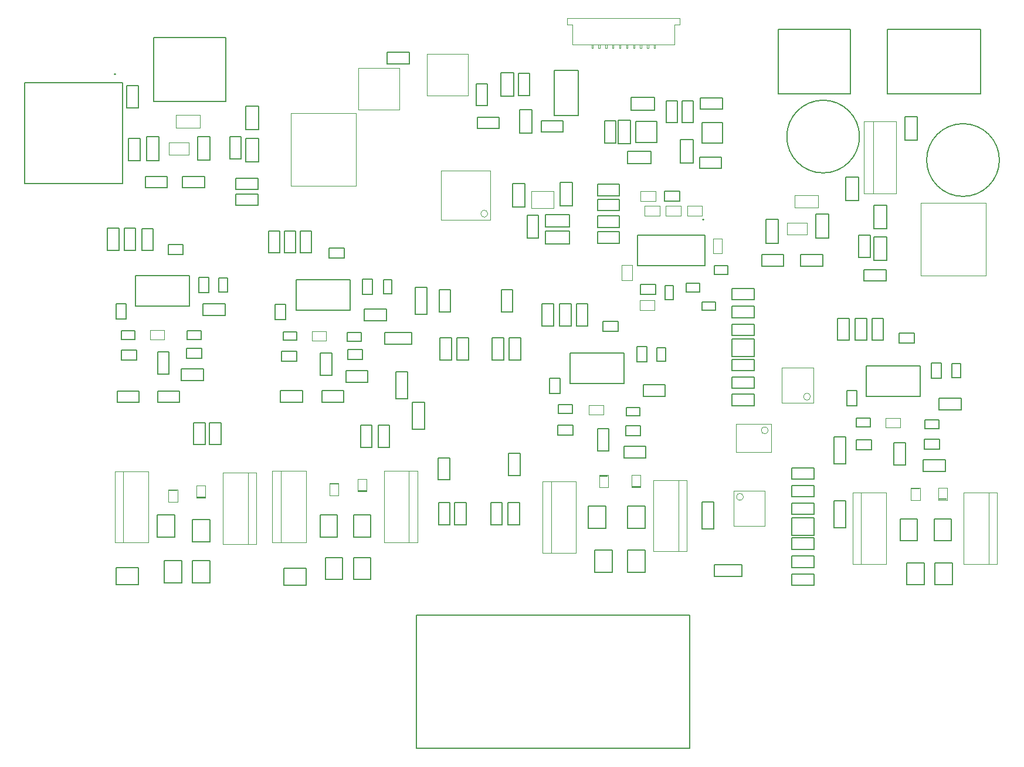
<source format=gbr>
%TF.GenerationSoftware,Altium Limited,Altium Designer,25.3.3 (18)*%
G04 Layer_Color=16711935*
%FSLAX45Y45*%
%MOMM*%
%TF.SameCoordinates,7852E7E1-4E30-4CDD-8EF1-640B4E54786C*%
%TF.FilePolarity,Positive*%
%TF.FileFunction,Other,Top_3D_Body*%
%TF.Part,Single*%
G01*
G75*
%TA.AperFunction,NonConductor*%
%ADD106C,0.20000*%
%ADD109C,0.15000*%
%ADD110C,0.12700*%
%ADD146C,0.10000*%
%ADD147R,1.30000X0.25250*%
D106*
X4429600Y10395800D02*
G03*
X4429600Y10395800I-10000J0D01*
G01*
X12922900Y8297700D02*
G03*
X12922900Y8297700I-10000J0D01*
G01*
X8314000Y6493600D02*
X8704000D01*
X8314000D02*
Y6663600D01*
X8704000D01*
Y6493600D02*
Y6663600D01*
X4591100Y10231100D02*
X4756100D01*
X4591100Y9911100D02*
Y10231100D01*
Y9911100D02*
X4756100D01*
Y10231100D01*
X12720320Y666750D02*
Y2584450D01*
X8768080D02*
X12720320D01*
X8768080Y666750D02*
Y2584450D01*
Y666750D02*
X12720320D01*
X5495400Y7044400D02*
Y7484400D01*
X4715400Y7044400D02*
X5495400D01*
X4715400D02*
Y7484400D01*
X5495400D01*
X13998500Y10116600D02*
Y11043600D01*
Y10116600D02*
X15038499D01*
Y11043600D01*
X13998500D02*
X15038499D01*
X10372100Y8356500D02*
X10532100D01*
X10372100Y8026500D02*
Y8356500D01*
Y8026500D02*
X10532100D01*
Y8356500D01*
X14511000Y3741002D02*
Y3991002D01*
X14191000D02*
X14511000D01*
X14191000Y3741002D02*
Y3991002D01*
Y3741002D02*
X14511000D01*
X13327400Y6322011D02*
Y6572011D01*
Y6322011D02*
X13647400D01*
Y6572011D01*
X13327400D02*
X13647400D01*
X12894400Y3830900D02*
X13064400D01*
Y4220900D01*
X12894400D02*
X13064400D01*
X12894400Y3830900D02*
Y4220900D01*
X8754200Y6930300D02*
X8924200D01*
Y7320300D01*
X8754200D02*
X8924200D01*
X8754200Y6930300D02*
Y7320300D01*
X8716100Y5656000D02*
X8886100D01*
X8716100Y5266000D02*
Y5656000D01*
Y5266000D02*
X8886100D01*
Y5656000D01*
X8474800Y5710500D02*
X8644800D01*
Y6100500D01*
X8474800D02*
X8644800D01*
X8474800Y5710500D02*
Y6100500D01*
X13076500Y3140800D02*
Y3310800D01*
Y3140800D02*
X13466499D01*
Y3310800D01*
X13076500D02*
X13466499D01*
X14799400Y4771300D02*
X14969400D01*
Y5161300D01*
X14799400D02*
X14969400D01*
X14799400Y4771300D02*
Y5161300D01*
Y4233600D02*
X14969400D01*
X14799400Y3843600D02*
Y4233600D01*
Y3843600D02*
X14969400D01*
Y4233600D01*
X10260500Y9545500D02*
X10440500D01*
Y9885500D01*
X10260500D02*
X10440500D01*
X10260500Y9545500D02*
Y9885500D01*
X4981500Y10002300D02*
Y10929300D01*
Y10002300D02*
X6021500D01*
Y10929300D01*
X4981500D02*
X6021500D01*
X15573955Y10115100D02*
Y11045100D01*
Y10115100D02*
X16915955D01*
Y11045100D01*
X15573955D02*
X16915955D01*
X5792300Y9151800D02*
Y9491800D01*
X5612300Y9151800D02*
X5792300D01*
X5612300D02*
Y9491800D01*
X5792300D01*
X4875700Y9496800D02*
X5055700D01*
X4875700Y9146800D02*
Y9496800D01*
Y9146800D02*
X5055700D01*
Y9496800D01*
X5397300Y8921700D02*
X5717300D01*
Y8756700D02*
Y8921700D01*
X5397300Y8756700D02*
X5717300D01*
X5397300D02*
Y8921700D01*
X4856500D02*
X5176500D01*
Y8756700D02*
Y8921700D01*
X4856500Y8756700D02*
X5176500D01*
X4856500D02*
Y8921700D01*
X4781500Y9149100D02*
Y9469100D01*
X4616500Y9149100D02*
X4781500D01*
X4616500D02*
Y9469100D01*
X4781500D01*
X10158900Y8478700D02*
Y8818700D01*
X10338900D01*
Y8478700D02*
Y8818700D01*
X10158900Y8478700D02*
X10338900D01*
X11024700Y8491400D02*
Y8831400D01*
X10844700Y8491400D02*
X11024700D01*
X10844700D02*
Y8831400D01*
X11024700D01*
X12864000Y7252700D02*
Y7377700D01*
X12663000D02*
X12864000D01*
X12663000Y7252700D02*
Y7377700D01*
Y7252700D02*
X12864000D01*
X12358100Y7142878D02*
X12483100D01*
Y7343878D01*
X12358100D02*
X12483100D01*
X12358100Y7142878D02*
Y7343878D01*
X12891600Y6986000D02*
Y7111000D01*
Y6986000D02*
X13092599D01*
Y7111000D01*
X12891600D02*
X13092599D01*
X13270399Y7506700D02*
Y7631700D01*
X13069400D02*
X13270399D01*
X13069400Y7506700D02*
Y7631700D01*
Y7506700D02*
X13270399D01*
X11384300Y8807400D02*
X11704300D01*
Y8642400D02*
Y8807400D01*
X11384300Y8642400D02*
X11704300D01*
X11384300D02*
Y8807400D01*
Y8185200D02*
X11704300D01*
X11384300D02*
Y8350200D01*
X11704300D01*
Y8185200D02*
Y8350200D01*
X11384300Y8121600D02*
X11704300D01*
Y7956600D02*
Y8121600D01*
X11384300Y7956600D02*
X11704300D01*
X11384300D02*
Y8121600D01*
Y8591500D02*
X11704300D01*
Y8426500D02*
Y8591500D01*
X11384300Y8426500D02*
X11704300D01*
X11384300D02*
Y8591500D01*
X12005800Y7217300D02*
X12225800D01*
X12005800D02*
Y7362300D01*
X12225800D01*
Y7217300D02*
Y7362300D01*
X12352300Y8563500D02*
X12572300D01*
X12352300D02*
Y8708500D01*
X12572300D01*
Y8563500D02*
Y8708500D01*
X9649164Y9610100D02*
X9969164D01*
X9649164D02*
Y9770100D01*
X9969164D01*
Y9610100D02*
Y9770100D01*
X12240400Y9413100D02*
Y9713100D01*
X11940400Y9413100D02*
X12240400D01*
X11940400D02*
Y9713100D01*
X12240400D01*
X10637700Y8129100D02*
X10977700D01*
Y7949100D02*
Y8129100D01*
X10637700Y7949100D02*
X10977700D01*
X10637700D02*
Y8129100D01*
X11869600Y9879500D02*
Y10059500D01*
Y9879500D02*
X12209600D01*
Y10059500D01*
X11869600D02*
X12209600D01*
X12870200Y9889500D02*
Y10049500D01*
Y9889500D02*
X13190199D01*
Y10049500D01*
X12870200D02*
X13190199D01*
X13192900Y9400400D02*
Y9700400D01*
X12892900Y9400400D02*
X13192900D01*
X12892900D02*
Y9700400D01*
X13192900D01*
X12584600Y9113700D02*
X12764600D01*
Y9453700D01*
X12584600D02*
X12764600D01*
X12584600Y9113700D02*
Y9453700D01*
X13177499Y9038600D02*
Y9198600D01*
X12857500D02*
X13177499D01*
X12857500Y9038600D02*
Y9198600D01*
Y9038600D02*
X13177499D01*
X12604800Y9695200D02*
X12769800D01*
Y10015200D01*
X12604800D02*
X12769800D01*
X12604800Y9695200D02*
Y10015200D01*
X12376200Y9695200D02*
X12541200D01*
Y10015200D01*
X12376200D02*
X12541200D01*
X12376200Y9695200D02*
Y10015200D01*
X11682900Y9393100D02*
X11862900D01*
Y9733100D01*
X11682900D02*
X11862900D01*
X11682900Y9393100D02*
Y9733100D01*
X11487200Y9403100D02*
X11652200D01*
Y9723100D01*
X11487200D02*
X11652200D01*
X11487200Y9403100D02*
Y9723100D01*
X11818800Y9104800D02*
Y9284800D01*
Y9104800D02*
X12158800D01*
Y9284800D01*
X11818800D02*
X12158800D01*
X14972200Y8907600D02*
X15152200D01*
X14972200Y8567600D02*
Y8907600D01*
Y8567600D02*
X15152200D01*
Y8907600D01*
X14540401Y8374100D02*
X14720399D01*
X14540401Y8034100D02*
Y8374100D01*
Y8034100D02*
X14720399D01*
Y8374100D01*
X15823100Y9443900D02*
Y9783900D01*
X16003101D01*
Y9443900D02*
Y9783900D01*
X15823100Y9443900D02*
X16003101D01*
X13754675Y7626400D02*
Y7791400D01*
Y7626400D02*
X14074677D01*
Y7791400D01*
X13754675D02*
X14074677D01*
X13816499Y8303000D02*
X13996500D01*
X13816499Y7953000D02*
Y8303000D01*
Y7953000D02*
X13996500D01*
Y8303000D01*
X14317999Y7791400D02*
X14638000D01*
Y7626400D02*
Y7791400D01*
X14317999Y7626400D02*
X14638000D01*
X14317999D02*
Y7791400D01*
X15558600Y8161200D02*
Y8501200D01*
X15378600Y8161200D02*
X15558600D01*
X15378600D02*
Y8501200D01*
X15558600D01*
X15378600Y7704000D02*
Y8044000D01*
X15558600D01*
Y7704000D02*
Y8044000D01*
X15378600Y7704000D02*
X15558600D01*
X15322501Y7752100D02*
Y8072100D01*
X15157500Y7752100D02*
X15322501D01*
X15157500D02*
Y8072100D01*
X15322501D01*
X15232401Y7410500D02*
Y7575500D01*
Y7410500D02*
X15552400D01*
Y7575500D01*
X15232401D02*
X15552400D01*
X10697100Y5782800D02*
Y6002800D01*
X10842100D01*
Y5782800D02*
Y6002800D01*
X10697100Y5782800D02*
X10842100D01*
X6164600Y8502700D02*
X6484600D01*
X6164600D02*
Y8667700D01*
X6484600D01*
Y8502700D02*
Y8667700D01*
X6164600Y8896300D02*
X6484600D01*
Y8731300D02*
Y8896300D01*
X6164600Y8731300D02*
X6484600D01*
X6164600D02*
Y8896300D01*
X6490800Y9596300D02*
Y9936300D01*
X6310800Y9596300D02*
X6490800D01*
X6310800D02*
Y9936300D01*
X6490800D01*
X6242000Y9174500D02*
Y9494500D01*
X6077000Y9174500D02*
X6242000D01*
X6077000D02*
Y9494500D01*
X6242000D01*
X6310800Y9132583D02*
X6490800D01*
Y9472583D01*
X6310800D02*
X6490800D01*
X6310800Y9132583D02*
Y9472583D01*
X9099600Y6966200D02*
X9264600D01*
Y7286200D01*
X9099600D02*
X9264600D01*
X9099600Y6966200D02*
Y7286200D01*
X10637700Y8190400D02*
Y8370400D01*
Y8190400D02*
X10977700D01*
Y8370400D01*
X10637700D02*
X10977700D01*
X10571500Y9719300D02*
X10891500D01*
Y9559300D02*
Y9719300D01*
X10571500Y9559300D02*
X10891500D01*
X10571500D02*
Y9719300D01*
X10245100Y10088900D02*
Y10408900D01*
X10405100D01*
Y10088900D02*
Y10408900D01*
X10245100Y10088900D02*
X10405100D01*
X10759450Y10447150D02*
X11109950D01*
Y9796650D02*
Y10447150D01*
X10759450Y9796650D02*
X11109950D01*
X10759450D02*
Y10447150D01*
X10173800Y10078900D02*
Y10418900D01*
X9993800Y10078900D02*
X10173800D01*
X9993800D02*
Y10418900D01*
X10173800D01*
X9633000Y9940100D02*
X9798000D01*
Y10260100D01*
X9633000D02*
X9798000D01*
X9633000Y9940100D02*
Y10260100D01*
X8669000Y10547400D02*
Y10712400D01*
X8349000D02*
X8669000D01*
X8349000Y10547400D02*
Y10712400D01*
Y10547400D02*
X8669000D01*
X7385100Y6050300D02*
X7550100D01*
Y6370300D01*
X7385100D02*
X7550100D01*
X7385100Y6050300D02*
Y6370300D01*
X7404553Y5824917D02*
X7724553D01*
Y5659917D02*
Y5824917D01*
X7404553Y5659917D02*
X7724553D01*
X7404553D02*
Y5824917D01*
X7776700Y6277500D02*
Y6422500D01*
Y6277500D02*
X7996700D01*
Y6422500D01*
X7776700D02*
X7996700D01*
X7752100Y5950000D02*
Y6115000D01*
Y5950000D02*
X8072100D01*
Y6115000D01*
X7752100D02*
X8072100D01*
X7964653Y5010917D02*
Y5330917D01*
X8129653D01*
Y5010917D02*
Y5330917D01*
X7964653Y5010917D02*
X8129653D01*
X8384800D02*
Y5330917D01*
X8219800Y5010917D02*
X8384800D01*
X8219800D02*
Y5330917D01*
X8384800D01*
X7032400Y7429038D02*
X7812400D01*
X7032400Y6989038D02*
Y7429038D01*
Y6989038D02*
X7812400D01*
Y7429038D01*
X7510000Y7738000D02*
Y7883000D01*
Y7738000D02*
X7730000D01*
Y7883000D01*
X7510000D02*
X7730000D01*
X7773500Y6541500D02*
Y6666500D01*
Y6541500D02*
X7974500D01*
Y6666500D01*
X7773500D02*
X7974500D01*
X7992000Y7217900D02*
X8137000D01*
Y7437900D01*
X7992000D02*
X8137000D01*
X7992000Y7217900D02*
Y7437900D01*
X8018800Y6839000D02*
Y7004000D01*
Y6839000D02*
X8338800D01*
Y7004000D01*
X8018800D02*
X8338800D01*
X8294100Y7227400D02*
X8419100D01*
Y7428400D01*
X8294100D02*
X8419100D01*
X8294100Y7227400D02*
Y7428400D01*
X6807653Y5824917D02*
X7127653D01*
Y5659917D02*
Y5824917D01*
X6807653Y5659917D02*
X7127653D01*
X6807653D02*
Y5824917D01*
X7630700Y3713500D02*
Y4033500D01*
X7380700Y3713500D02*
X7630700D01*
X7380700D02*
Y4033500D01*
X7630700D01*
X7457270Y3098949D02*
Y3418949D01*
X7707270D01*
Y3098949D02*
Y3418949D01*
X7457270Y3098949D02*
X7707270D01*
X8113670D02*
Y3418949D01*
X7863670Y3098949D02*
X8113670D01*
X7863670D02*
Y3418949D01*
X8113670D01*
X7863670Y3713904D02*
Y4033904D01*
X8113670D01*
Y3713904D02*
Y4033904D01*
X7863670Y3713904D02*
X8113670D01*
X6858453Y3263917D02*
X7178453D01*
Y3013917D02*
Y3263917D01*
X6858453Y3013917D02*
X7178453D01*
X6858453D02*
Y3263917D01*
X7044200Y6252100D02*
Y6397100D01*
X6824200D02*
X7044200D01*
X6824200Y6252100D02*
Y6397100D01*
Y6252100D02*
X7044200D01*
X7047400Y6554200D02*
Y6679200D01*
X6846400D02*
X7047400D01*
X6846400Y6554200D02*
Y6679200D01*
Y6554200D02*
X7047400D01*
X6734700Y6849600D02*
X6879700D01*
Y7069600D01*
X6734700D02*
X6879700D01*
X6734700Y6849600D02*
Y7069600D01*
X7093000Y8135600D02*
X7258000D01*
X7093000Y7815600D02*
Y8135600D01*
Y7815600D02*
X7258000D01*
Y8135600D01*
X6864400D02*
X7029400D01*
X6864400Y7815600D02*
Y8135600D01*
Y7815600D02*
X7029400D01*
Y8135600D01*
X6635800D02*
X6800800D01*
X6635800Y7815600D02*
Y8135600D01*
Y7815600D02*
X6800800D01*
Y8135600D01*
X9998500Y6966201D02*
X10163500D01*
Y7286201D01*
X9998500D02*
X10163500D01*
X9998500Y6966201D02*
Y7286201D01*
X9867227Y6268755D02*
X10032227D01*
Y6588755D01*
X9867227D02*
X10032227D01*
X9867227Y6268755D02*
Y6588755D01*
X10109697Y6268755D02*
X10274697D01*
Y6588755D01*
X10109697D02*
X10274697D01*
X10109697Y6268755D02*
Y6588755D01*
X9110528Y6268754D02*
X9275528D01*
Y6588754D01*
X9110528D02*
X9275528D01*
X9110528Y6268754D02*
Y6588754D01*
X9359407Y6268754D02*
X9524407D01*
Y6588754D01*
X9359407D02*
X9524407D01*
X9359407Y6268754D02*
Y6588754D01*
X10104438Y4600807D02*
X10269438D01*
Y4920807D01*
X10104438D02*
X10269438D01*
X10104438Y4600807D02*
Y4920807D01*
X9844243Y3890662D02*
X10009243D01*
Y4210661D01*
X9844243D02*
X10009243D01*
X9844243Y3890662D02*
Y4210661D01*
X10093311Y3890662D02*
X10258311D01*
Y4210661D01*
X10093311D02*
X10258311D01*
X10093311Y3890662D02*
Y4210661D01*
X9091659Y3890662D02*
X9256659D01*
Y4210661D01*
X9091659D02*
X9256659D01*
X9091659Y3890662D02*
Y4210661D01*
X9323671Y3890660D02*
X9488671D01*
Y4210660D01*
X9323671D02*
X9488671D01*
X9323671Y3890660D02*
Y4210660D01*
X9086900Y4539000D02*
X9251900D01*
Y4859000D01*
X9086900D02*
X9251900D01*
X9086900Y4539000D02*
Y4859000D01*
X16506094Y3022754D02*
Y3342754D01*
X16256094Y3022754D02*
X16506094D01*
X16256094D02*
Y3342754D01*
X16506094D01*
X15849695Y3022754D02*
Y3342754D01*
X16099695D01*
Y3022754D02*
Y3342754D01*
X15849695Y3022754D02*
X16099695D01*
X16005600Y3657100D02*
Y3977100D01*
X15755600Y3657100D02*
X16005600D01*
X15755600D02*
Y3977100D01*
X16005600D01*
X16243394Y3657754D02*
Y3977754D01*
X16493394D01*
Y3657754D02*
Y3977754D01*
X16243394Y3657754D02*
X16493394D01*
X10585500Y7081500D02*
X10750500D01*
X10585500Y6761500D02*
Y7081500D01*
Y6761500D02*
X10750500D01*
Y7081500D01*
X12044700Y5746800D02*
Y5911800D01*
Y5746800D02*
X12364700D01*
Y5911800D01*
X12044700D02*
X12364700D01*
X11349481Y3205500D02*
Y3525500D01*
X11599481D01*
Y3205500D02*
Y3525500D01*
X11349481Y3205500D02*
X11599481D01*
X11819381Y3840500D02*
Y4160500D01*
X12069381D01*
Y3840500D02*
Y4160500D01*
X11819381Y3840500D02*
X12069381D01*
Y3205500D02*
Y3525500D01*
X11819381Y3205500D02*
X12069381D01*
X11819381D02*
Y3525500D01*
X12069381D01*
X11504200Y3840500D02*
Y4160500D01*
X11254200Y3840500D02*
X11504200D01*
X11254200D02*
Y4160500D01*
X11504200D01*
X11769200Y5926800D02*
Y6366800D01*
X10989200Y5926800D02*
X11769200D01*
X10989200D02*
Y6366800D01*
X11769200D01*
X11765300Y4857800D02*
Y5022800D01*
Y4857800D02*
X12085300D01*
Y5022800D01*
X11765300D02*
X12085300D01*
X11385600Y4958100D02*
X11550600D01*
Y5278100D01*
X11385600D02*
X11550600D01*
X11385600Y4958100D02*
Y5278100D01*
X13327400Y6786945D02*
X13647400D01*
Y6621945D02*
Y6786945D01*
X13327400Y6621945D02*
X13647400D01*
X13327400D02*
Y6786945D01*
Y6024700D02*
X13647400D01*
Y5859700D02*
Y6024700D01*
X13327400Y5859700D02*
X13647400D01*
X13327400D02*
Y6024700D01*
Y7301811D02*
X13647400D01*
Y7136811D02*
Y7301811D01*
X13327400Y7136811D02*
X13647400D01*
X13327400D02*
Y7301811D01*
Y7046389D02*
X13647400D01*
Y6881389D02*
Y7046389D01*
X13327400Y6881389D02*
X13647400D01*
X13327400D02*
Y7046389D01*
X14191000Y4042166D02*
X14511000D01*
X14191000D02*
Y4207166D01*
X14511000D01*
Y4042166D02*
Y4207166D01*
X14191000Y3534707D02*
X14511000D01*
X14191000D02*
Y3699707D01*
X14511000D01*
Y3534707D02*
Y3699707D01*
X14191000Y3015851D02*
X14511000D01*
X14191000D02*
Y3180851D01*
X14511000D01*
Y3015851D02*
Y3180851D01*
X14191000Y3274254D02*
X14511000D01*
X14191000D02*
Y3439254D01*
X14511000D01*
Y3274254D02*
Y3439254D01*
X14191000Y4295241D02*
X14511000D01*
X14191000D02*
Y4460241D01*
X14511000D01*
Y4295241D02*
Y4460241D01*
X13327400Y6278112D02*
X13647400D01*
Y6113112D02*
Y6278112D01*
X13327400Y6113112D02*
X13647400D01*
X13327400D02*
Y6278112D01*
X13327400Y5776831D02*
X13647398D01*
Y5611832D02*
Y5776831D01*
X13327400Y5611832D02*
X13647398D01*
X13327400D02*
Y5776831D01*
X14191000Y4547665D02*
X14510999D01*
X14191000D02*
Y4712664D01*
X14510999D01*
Y4547665D02*
Y4712664D01*
X16088901Y4661700D02*
Y4826700D01*
Y4661700D02*
X16408900D01*
Y4826700D01*
X16088901D02*
X16408900D01*
X11080800Y7081500D02*
X11245800D01*
X11080800Y6761500D02*
Y7081500D01*
Y6761500D02*
X11245800D01*
Y7081500D01*
X11466429Y6831091D02*
X11686429D01*
Y6686092D02*
Y6831091D01*
X11466429Y6686092D02*
X11686429D01*
X11466429D02*
Y6831091D01*
X10839500Y7081500D02*
X11004500D01*
X10839500Y6761500D02*
Y7081500D01*
Y6761500D02*
X11004500D01*
Y7081500D01*
X11799400Y5462000D02*
Y5587000D01*
Y5462000D02*
X12000400D01*
Y5587000D01*
X11799400D02*
X12000400D01*
X12243800Y6249500D02*
X12368800D01*
Y6450500D01*
X12243800D02*
X12368800D01*
X12243800Y6249500D02*
Y6450500D01*
X11954400Y6240000D02*
X12099400D01*
Y6460000D01*
X11954400D02*
X12099400D01*
X11954400Y6240000D02*
Y6460000D01*
X11789900Y5172600D02*
Y5317600D01*
Y5172600D02*
X12009900D01*
Y5317600D01*
X11789900D02*
X12009900D01*
X11022500Y5500100D02*
Y5625100D01*
X10821500D02*
X11022500D01*
X10821500Y5500100D02*
Y5625100D01*
Y5500100D02*
X11022500D01*
X11032000Y5185300D02*
Y5330300D01*
X10812000D02*
X11032000D01*
X10812000Y5185300D02*
Y5330300D01*
Y5185300D02*
X11032000D01*
X16042000Y5743400D02*
Y6183400D01*
X15262000Y5743400D02*
X16042000D01*
X15262000D02*
Y6183400D01*
X16042000D01*
X16317500Y5550700D02*
Y5715700D01*
Y5550700D02*
X16637500D01*
Y5715700D01*
X16317500D02*
X16637500D01*
X15666911Y4756654D02*
X15831912D01*
Y5076654D01*
X15666911D02*
X15831912D01*
X15666911Y4756654D02*
Y5076654D01*
X15320700Y5304000D02*
Y5429000D01*
X15119701D02*
X15320700D01*
X15119701Y5304000D02*
Y5429000D01*
Y5304000D02*
X15320700D01*
X16110300Y5278600D02*
Y5403600D01*
Y5278600D02*
X16311301D01*
Y5403600D01*
X16110300D02*
X16311301D01*
X15341010Y4976013D02*
Y5121013D01*
X15121008D02*
X15341010D01*
X15121008Y4976013D02*
Y5121013D01*
Y4976013D02*
X15341010D01*
X16100800Y4984154D02*
Y5129154D01*
Y4984154D02*
X16320799D01*
Y5129154D01*
X16100800D02*
X16320799D01*
X14982600Y5612100D02*
X15127600D01*
Y5832100D01*
X14982600D02*
X15127600D01*
X14982600Y5612100D02*
Y5832100D01*
X16503900Y6015300D02*
X16628900D01*
Y6216300D01*
X16503900D02*
X16628900D01*
X16503900Y6015300D02*
Y6216300D01*
X16201801Y6005800D02*
X16346800D01*
Y6225800D01*
X16201801D02*
X16346800D01*
X16201801Y6005800D02*
Y6225800D01*
X15737544Y6513346D02*
Y6658346D01*
Y6513346D02*
X15957545D01*
Y6658346D01*
X15737544D02*
X15957545D01*
X15347568Y6872700D02*
X15512567D01*
X15347568Y6552700D02*
Y6872700D01*
Y6552700D02*
X15512567D01*
Y6872700D01*
X15106340Y6872700D02*
X15271339D01*
X15106340Y6552700D02*
Y6872700D01*
Y6552700D02*
X15271339D01*
Y6872700D01*
X14852248Y6872700D02*
X15017249D01*
X14852248Y6552700D02*
Y6872700D01*
Y6552700D02*
X15017249D01*
Y6872700D01*
X4450100Y5822900D02*
X4770100D01*
Y5657900D02*
Y5822900D01*
X4450100Y5657900D02*
X4770100D01*
X4450100D02*
Y5822900D01*
X4437400Y3024600D02*
Y3274600D01*
Y3024600D02*
X4757400D01*
Y3274600D01*
X4437400D02*
X4757400D01*
X5537560Y3645932D02*
X5787560D01*
Y3965932D01*
X5537560D02*
X5787560D01*
X5537560Y3645932D02*
Y3965932D01*
X5131160Y3053100D02*
X5381160D01*
Y3373100D01*
X5131160D02*
X5381160D01*
X5131160Y3053100D02*
Y3373100D01*
X5031200Y4033500D02*
X5281200D01*
X5031200Y3713500D02*
Y4033500D01*
Y3713500D02*
X5281200D01*
Y4033500D01*
X5556300Y5047000D02*
Y5367000D01*
X5721300D01*
Y5047000D02*
Y5367000D01*
X5556300Y5047000D02*
X5721300D01*
X5537560Y3373100D02*
X5787560D01*
X5537560Y3053100D02*
Y3373100D01*
Y3053100D02*
X5787560D01*
Y3373100D01*
X5951329Y5047000D02*
Y5367000D01*
X5786330Y5047000D02*
X5951329D01*
X5786330D02*
Y5367000D01*
X5951329D01*
X5377200Y6140400D02*
X5697200D01*
Y5975400D02*
Y6140400D01*
X5377200Y5975400D02*
X5697200D01*
X5377200D02*
Y6140400D01*
X5452600Y6435200D02*
X5672600D01*
Y6290200D02*
Y6435200D01*
X5452600Y6290200D02*
X5672600D01*
X5452600D02*
Y6435200D01*
X4476700Y7853700D02*
Y8173700D01*
X4311700Y7853700D02*
X4476700D01*
X4311700D02*
Y8173700D01*
X4476700D01*
X4718000Y7853700D02*
Y8173700D01*
X4553000Y7853700D02*
X4718000D01*
X4553000D02*
Y8173700D01*
X4718000D01*
X4971997Y7848397D02*
Y8168396D01*
X4806997Y7848397D02*
X4971997D01*
X4806997D02*
Y8168396D01*
X4971997D01*
X4509600Y6566900D02*
X4710600D01*
X4509600D02*
Y6691900D01*
X4710600D01*
Y6566900D02*
Y6691900D01*
X4512800Y6264800D02*
X4732800D01*
X4512800D02*
Y6409800D01*
X4732800D01*
Y6264800D02*
Y6409800D01*
X5035603Y6068304D02*
Y6388303D01*
X5200603D01*
Y6068304D02*
Y6388303D01*
X5035603Y6068304D02*
X5200603D01*
X5462100Y6691900D02*
X5663100D01*
Y6566900D02*
Y6691900D01*
X5462100Y6566900D02*
X5663100D01*
X5462100D02*
Y6691900D01*
X5629800Y7243300D02*
Y7463300D01*
X5774800D01*
Y7243300D02*
Y7463300D01*
X5629800Y7243300D02*
X5774800D01*
X5919200Y7252800D02*
Y7453800D01*
X6044200D01*
Y7252800D02*
Y7453800D01*
X5919200Y7252800D02*
X6044200D01*
X5034640Y5822900D02*
X5354640D01*
Y5657900D02*
Y5822900D01*
X5034640Y5657900D02*
X5354640D01*
X5034640D02*
Y5822900D01*
X5185900Y7933800D02*
X5405900D01*
Y7788800D02*
Y7933800D01*
X5185900Y7788800D02*
X5405900D01*
X5185900D02*
Y7933800D01*
X4436000Y6862300D02*
Y7082300D01*
X4581000D01*
Y6862300D02*
Y7082300D01*
X4436000Y6862300D02*
X4581000D01*
X5689400Y6915200D02*
Y7080200D01*
Y6915200D02*
X6009400D01*
Y7080200D01*
X5689400D02*
X6009400D01*
D109*
X17187399Y9156700D02*
G03*
X17187399Y9156700I-525000J0D01*
G01*
X15168100Y9495600D02*
G03*
X15168100Y9495600I-525000J0D01*
G01*
D110*
X3118600Y10269800D02*
X4528600D01*
X3118600Y8819800D02*
Y10269800D01*
Y8819800D02*
X4528600D01*
Y10269800D01*
X11964400Y7633700D02*
X12934399D01*
X11964400Y8073700D02*
X12934399D01*
X11964400Y7633700D02*
Y8073700D01*
X12934399Y7633700D02*
Y8073700D01*
D146*
X9800700Y8381600D02*
G03*
X9800700Y8381600I-50000J0D01*
G01*
X13849800Y5253500D02*
G03*
X13849800Y5253500I-50000J0D01*
G01*
X14459801Y5740500D02*
G03*
X14459801Y5740500I-50000J0D01*
G01*
X13491299Y4292500D02*
G03*
X13491299Y4292500I-50000J0D01*
G01*
X4901658Y3634042D02*
Y4664042D01*
X4416658Y3634042D02*
Y4664042D01*
Y3634042D02*
X4901658D01*
X4416658Y4664042D02*
X4901658D01*
X4541658Y3634042D02*
Y4664042D01*
X11320200Y10775900D02*
Y10820900D01*
X11300200Y10775900D02*
X11320200D01*
X11300200D02*
Y10820900D01*
X11420200Y10775900D02*
Y10820900D01*
X11400200Y10775900D02*
X11420200D01*
X11400200D02*
Y10820900D01*
X11720200Y10775900D02*
Y10820900D01*
X11700200Y10775900D02*
X11720200D01*
X11700200D02*
Y10820900D01*
X11820200Y10775900D02*
Y10820900D01*
X11800200Y10775900D02*
X11820200D01*
X11800200D02*
Y10820900D01*
X12220200Y10775900D02*
Y10820900D01*
X12200200Y10775900D02*
X12220200D01*
X12200200D02*
Y10820900D01*
X12100200Y10775900D02*
Y10820900D01*
Y10775900D02*
X12120200D01*
Y10820900D01*
X12000200Y10775900D02*
Y10820900D01*
Y10775900D02*
X12020200D01*
Y10820900D01*
X11900200Y10775900D02*
Y10820900D01*
Y10775900D02*
X11920200D01*
Y10820900D01*
X11600200Y10775900D02*
Y10820900D01*
Y10775900D02*
X11620200D01*
Y10820900D01*
X11500200Y10775900D02*
Y10820900D01*
Y10775900D02*
X11520200D01*
Y10820900D01*
X10950200Y11110900D02*
Y11200900D01*
X10950201Y11110900D02*
X11020200D01*
Y10820900D02*
Y11110900D01*
X12500200Y10820900D02*
Y11110900D01*
X12570199D01*
X12570200Y11110900D01*
Y11200900D01*
X10950200D02*
X12570200D01*
X11020200Y10820900D02*
X12500200D01*
X9519700Y10089100D02*
Y10688100D01*
X8920700D02*
X9519700D01*
X8920700Y10089100D02*
Y10688100D01*
Y10089100D02*
X9519700D01*
X7930100Y10484900D02*
X8529100D01*
X7930100Y9885900D02*
Y10484900D01*
Y9885900D02*
X8529100D01*
Y10484900D01*
X12062800Y8492600D02*
X12282800D01*
X12062800Y8347600D02*
X12282800D01*
X12062800D02*
Y8492600D01*
X12282800Y8347600D02*
Y8492600D01*
X9130700Y9001600D02*
X9840700D01*
X9130700Y8291600D02*
X9840700D01*
X9130700D02*
Y9001600D01*
X9840700Y8291600D02*
Y9001600D01*
X5195100Y9232300D02*
Y9407300D01*
X5485100Y9232300D02*
Y9407300D01*
X5195100Y9232300D02*
X5485100D01*
X5195100Y9407300D02*
X5485100D01*
X5643700Y9625500D02*
Y9805500D01*
X5303700Y9625500D02*
Y9805500D01*
Y9625500D02*
X5643700D01*
X5303700Y9805500D02*
X5643700D01*
X10431800Y8460200D02*
Y8710200D01*
X10751800D01*
X10431800Y8460200D02*
X10751800D01*
Y8710200D01*
X13389799Y5343500D02*
X13889799D01*
X13389799Y4943500D02*
X13889799D01*
Y5343500D01*
X13389799Y4943500D02*
Y5343500D01*
X11993100Y6988700D02*
Y7133700D01*
X12213100Y6988700D02*
Y7133700D01*
X11993100D02*
X12213100D01*
X11993100Y6988700D02*
X12213100D01*
X12367900Y8347600D02*
Y8492600D01*
X12587900Y8347600D02*
Y8492600D01*
X12367900D02*
X12587900D01*
X12367900Y8347600D02*
X12587900D01*
X12898900D02*
Y8492600D01*
X12678900Y8347600D02*
Y8492600D01*
Y8347600D02*
X12898900D01*
X12678900Y8492600D02*
X12898900D01*
X11738500Y7421100D02*
X11883500D01*
X11738500Y7641100D02*
X11883500D01*
X11738500Y7421100D02*
Y7641100D01*
X11883500Y7421100D02*
Y7641100D01*
X12225800Y8563500D02*
Y8708500D01*
X12005800Y8563500D02*
Y8708500D01*
Y8563500D02*
X12225800D01*
X12005800Y8708500D02*
X12225800D01*
X13051601Y8023700D02*
X13186600D01*
X13051601Y7813700D02*
X13186600D01*
Y8023700D01*
X13051601Y7813700D02*
Y8023700D01*
X15364400Y8674800D02*
Y9714800D01*
X15234399D02*
X15694400D01*
X15234399Y8674800D02*
Y9714800D01*
Y8674800D02*
X15694400D01*
Y8674800D02*
Y9714800D01*
X16053999Y7486200D02*
X16994000D01*
X16053999Y8541200D02*
X16994000D01*
Y7486200D02*
Y8541200D01*
X16053999Y7486200D02*
Y8541200D01*
X14123700Y8076600D02*
Y8251600D01*
X14413699Y8076600D02*
Y8251600D01*
X14123700Y8076600D02*
X14413699D01*
X14123700Y8251600D02*
X14413699D01*
X14571800Y8469800D02*
Y8649800D01*
X14231799Y8469800D02*
Y8649800D01*
Y8469800D02*
X14571800D01*
X14231799Y8649800D02*
X14571800D01*
X6960800Y8781600D02*
Y9836600D01*
X7900800Y8781600D02*
Y9836600D01*
X6960800D02*
X7900800D01*
X6960800Y8781600D02*
X7900800D01*
X15551891Y3323348D02*
Y4353348D01*
X15066891Y3323348D02*
Y4353348D01*
Y3323348D02*
X15551891D01*
X15066891Y4353348D02*
X15551891D01*
X15191891Y3323348D02*
Y4353348D01*
X14499800Y5650500D02*
Y6160500D01*
X14049800Y5650500D02*
Y6160500D01*
Y5650500D02*
X14499800D01*
X14049800Y6160500D02*
X14499800D01*
X13351300Y3872500D02*
X13801300D01*
X13351300Y4382500D02*
X13801300D01*
Y3872500D02*
Y4382500D01*
X13351300Y3872500D02*
Y4382500D01*
X7177600Y3637900D02*
Y4667900D01*
X6692600Y3637900D02*
Y4667900D01*
Y3637900D02*
X7177600D01*
X6692600Y4667900D02*
X7177600D01*
X6817600Y3637900D02*
Y4667900D01*
X8302670Y3639916D02*
Y4669916D01*
X8787670Y3639916D02*
Y4669916D01*
X8302670D02*
X8787670D01*
X8302670Y3639916D02*
X8787670D01*
X8662670D02*
Y4669916D01*
X7647866Y4313857D02*
Y4491357D01*
X7517866D02*
X7647866D01*
X7517866Y4313857D02*
X7647866D01*
X7517866D02*
Y4491357D01*
X7923670Y4371357D02*
Y4548857D01*
Y4371357D02*
X8053670D01*
X7923670Y4548857D02*
X8053670D01*
Y4371357D02*
Y4548857D01*
X7261000Y6684200D02*
X7471000D01*
X7261000Y6549200D02*
X7471000D01*
X7261000D02*
Y6684200D01*
X7471000Y6549200D02*
Y6684200D01*
X10716500Y3485500D02*
Y4515500D01*
X10591500D02*
X11076500D01*
X10591500Y3485500D02*
X11076500D01*
X10591500D02*
Y4515500D01*
X11076500Y3485500D02*
Y4515500D01*
X12552594Y3506094D02*
Y4536094D01*
X12192594Y3506094D02*
X12677594D01*
X12192594Y4536094D02*
X12677594D01*
Y3506094D02*
Y4536094D01*
X12192594Y3506094D02*
Y4536094D01*
X17032509Y3323348D02*
Y4353348D01*
X16672508Y3323348D02*
X17157509D01*
X16672508Y4353348D02*
X17157509D01*
Y3323348D02*
Y4353348D01*
X16672508Y3323348D02*
Y4353348D01*
X15910291Y4248091D02*
Y4425591D01*
Y4248091D02*
X16040291D01*
X15910291Y4425591D02*
X16040291D01*
Y4248091D02*
Y4425591D01*
X16433395Y4248091D02*
Y4425591D01*
X16303395D02*
X16433395D01*
X16303395Y4248091D02*
X16433395D01*
X16303395D02*
Y4425591D01*
X11261500Y5617400D02*
X11471500D01*
X11261500Y5482400D02*
X11471500D01*
X11261500D02*
Y5617400D01*
X11471500Y5482400D02*
Y5617400D01*
X12009382Y4430837D02*
Y4608337D01*
X11879381D02*
X12009382D01*
X11879381Y4430837D02*
X12009382D01*
X11879381D02*
Y4608337D01*
X11409481Y4430837D02*
Y4608337D01*
Y4430837D02*
X11539482D01*
X11409481Y4608337D02*
X11539482D01*
Y4430837D02*
Y4608337D01*
X15547000Y5434000D02*
X15757001D01*
X15547000Y5299000D02*
X15757001D01*
X15547000D02*
Y5434000D01*
X15757001Y5299000D02*
Y5434000D01*
X5134200Y6561900D02*
Y6696900D01*
X4924200Y6561900D02*
Y6696900D01*
Y6561900D02*
X5134200D01*
X4924200Y6696900D02*
X5134200D01*
X6339255Y3612500D02*
Y4642500D01*
X5979254Y3612500D02*
X6464255D01*
X5979254Y4642500D02*
X6464255D01*
Y3612500D02*
Y4642500D01*
X5979254Y3612500D02*
Y4642500D01*
X5191755Y4220937D02*
Y4398437D01*
Y4220937D02*
X5321756D01*
X5191755Y4398437D02*
X5321756D01*
Y4220937D02*
Y4398437D01*
X5727560Y4278437D02*
Y4455937D01*
X5597560D02*
X5727560D01*
X5597560Y4278437D02*
X5727560D01*
X5597560D02*
Y4455937D01*
D147*
X7582866Y4478715D02*
D03*
X7988670Y4383998D02*
D03*
X15975290Y4412949D02*
D03*
X16368394Y4260732D02*
D03*
X11944381Y4443479D02*
D03*
X11474481Y4595696D02*
D03*
X5256756Y4385796D02*
D03*
X5662560Y4291079D02*
D03*
%TF.MD5,cae78ecb6058726ef162d9ca96eaeccf*%
M02*

</source>
